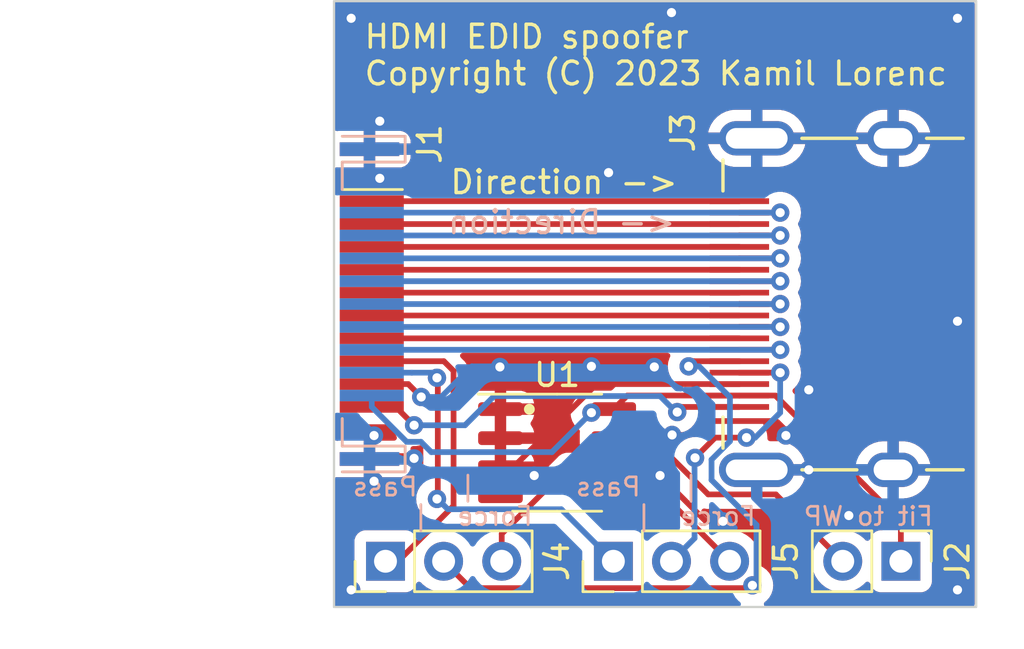
<source format=kicad_pcb>
(kicad_pcb (version 20221018) (generator pcbnew)
  (layers (0 "F.Cu" signal) (31 "B.Cu" signal) (34 "B.Paste" user) (35 "F.Paste" user) (36 "B.SilkS" user "B.Silkscreen") (37 "F.SilkS" user "F.Silkscreen") (38 "B.Mask" user) (39 "F.Mask" user) (44 "Edge.Cuts" user))
  (net 0 "")
  (net 1 "/D2_p")
  (net 2 "/D2S")
  (net 3 "/D2_n")
  (net 4 "/D1_p")
  (net 5 "/D1S")
  (net 6 "/D1_n")
  (net 7 "GND")
  (net 8 "/Do_p")
  (net 9 "/D0S")
  (net 10 "/D0_n")
  (net 11 "/CK_p")
  (net 12 "/CKS")
  (net 13 "/CK_n")
  (net 14 "/CEC")
  (net 15 "/UTIL")
  (net 16 "/5V")
  (net 17 "/HPD")
  (net 18 "/SCL_F")
  (net 19 "/SDA_F")
  (net 20 "/SCL_M")
  (net 21 "/SCL_Override")
  (net 22 "/SDA_M")
  (net 23 "/SDA_Override")
  (net 24 "Net-(J2-Pin_2)")
  (footprint "Connector_PinHeader_2.54mm:PinHeader_1x03_P2.54mm_Vertical" (layer "F.Cu") (at 168.96 117.25 90)
    (fp_text reference "J5" (at 0 7.54 270) (layer "F.SilkS"))
    (fp_text value "Conn_01x03")
    (fp_line (start -1.33 -1.33) (end 0 -1.33) (stroke (width 0.12)) (layer "F.SilkS"))
    (fp_line (start -1.33 0) (end -1.33 -1.33) (stroke (width 0.12)) (layer "F.SilkS"))
    (fp_line (start -1.33 1.27) (end -1.33 6.41) (stroke (width 0.12)) (layer "F.SilkS"))
    (fp_line (start -1.33 1.27) (end 1.33 1.27) (stroke (width 0.12)) (layer "F.SilkS"))
    (fp_line (start -1.33 6.41) (end 1.33 6.41) (stroke (width 0.12)) (layer "F.SilkS"))
    (fp_line (start 1.33 1.27) (end 1.33 6.41) (stroke (width 0.12)) (layer "F.SilkS"))
    (pad "1" thru_hole rect (at 0 0 90) (size 1.7 1.7) (drill 1) (layers "*.Cu" "*.Mask") (net 22 "/SDA_M"))
    (pad "2" thru_hole oval (at 0 2.54 90) (size 1.7 1.7) (drill 1) (layers "*.Cu" "*.Mask") (net 19 "/SDA_F"))
    (pad "3" thru_hole oval (at 0 5.08 90) (size 1.7 1.7) (drill 1) (layers "*.Cu" "*.Mask") (net 23 "/SDA_Override"))
  )
  (footprint "Connector_PinHeader_2.54mm:PinHeader_1x02_P2.54mm_Vertical" (layer "F.Cu") (at 181.525 117.25 -90)
    (fp_text reference "J2" (at 0 -2.475 -90) (layer "F.SilkS"))
    (fp_text value "Conn_01x02")
    (fp_line (start -1.33 -1.33) (end 0 -1.33) (stroke (width 0.12)) (layer "F.SilkS"))
    (fp_line (start -1.33 0) (end -1.33 -1.33) (stroke (width 0.12)) (layer "F.SilkS"))
    (fp_line (start -1.33 1.27) (end -1.33 3.87) (stroke (width 0.12)) (layer "F.SilkS"))
    (fp_line (start -1.33 1.27) (end 1.33 1.27) (stroke (width 0.12)) (layer "F.SilkS"))
    (fp_line (start -1.33 3.87) (end 1.33 3.87) (stroke (width 0.12)) (layer "F.SilkS"))
    (fp_line (start 1.33 1.27) (end 1.33 3.87) (stroke (width 0.12)) (layer "F.SilkS"))
    (pad "1" thru_hole rect (at 0 0 270) (size 1.7 1.7) (drill 1) (layers "*.Cu" "*.Mask") (net 16 "/5V"))
    (pad "2" thru_hole oval (at 0 2.54 270) (size 1.7 1.7) (drill 1) (layers "*.Cu" "*.Mask") (net 24 "Net-(J2-Pin_2)"))
  )
  (footprint "Package_SO:SOIC-8_3.9x4.9mm_P1.27mm" (layer "F.Cu") (at 166.5 112.5)
    (fp_text reference "U1" (at 0 -3.4) (layer "F.SilkS"))
    (fp_text value "AT24CS02-SSHM")
    (fp_line (start 0 -2.56) (end -3.45 -2.56) (stroke (width 0.12)) (layer "F.SilkS"))
    (fp_line (start 0 -2.56) (end 1.95 -2.56) (stroke (width 0.12)) (layer "F.SilkS"))
    (fp_line (start 0 2.56) (end -1.95 2.56) (stroke (width 0.12)) (layer "F.SilkS"))
    (fp_line (start 0 2.56) (end 1.95 2.56) (stroke (width 0.12)) (layer "F.SilkS"))
    (fp_circle (center -1.212132 -1.9) (end -1 -1.9) (stroke (width 0.05)) (fill solid) (layer "F.SilkS"))
    (pad "1" smd roundrect (at -2.475 -1.905) (size 1.95 0.6) (layers "F.Cu" "F.Paste" "F.Mask") (net 7 "GND"))
    (pad "2" smd roundrect (at -2.475 -0.635) (size 1.95 0.6) (layers "F.Cu" "F.Paste" "F.Mask") (net 7 "GND"))
    (pad "3" smd roundrect (at -2.475 0.635) (size 1.95 0.6) (layers "F.Cu" "F.Paste" "F.Mask") (net 7 "GND"))
    (pad "4" smd roundrect (at -2.475 1.905) (size 1.95 0.6) (layers "F.Cu" "F.Paste" "F.Mask") (net 7 "GND"))
    (pad "5" smd roundrect (at 2.475 1.905) (size 1.95 0.6) (layers "F.Cu" "F.Paste" "F.Mask") (net 23 "/SDA_Override"))
    (pad "6" smd roundrect (at 2.475 0.635) (size 1.95 0.6) (layers "F.Cu" "F.Paste" "F.Mask") (net 21 "/SCL_Override"))
    (pad "7" smd roundrect (at 2.475 -0.635) (size 1.95 0.6) (layers "F.Cu" "F.Paste" "F.Mask") (net 24 "Net-(J2-Pin_2)"))
    (pad "8" smd roundrect (at 2.475 -1.905) (size 1.95 0.6) (layers "F.Cu" "F.Paste" "F.Mask") (net 16 "/5V"))
  )
  (footprint "KiCad_Randoms:206A-SEAN-R03" (layer "F.Cu") (at 177.75 106 90)
    (fp_text reference "J3" (at 7.5 -5.75 90 unlocked) (layer "F.SilkS"))
    (fp_text value "HDMI_A")
    (fp_line (start -7.25 -0.55) (end -7.25 1.85) (stroke (width 0.15)) (layer "F.SilkS"))
    (fp_line (start -7.25 4.9) (end -7.25 6.5) (stroke (width 0.15)) (layer "F.SilkS"))
    (fp_line (start -6.3 -4) (end -4.95 -4) (stroke (width 0.15)) (layer "F.SilkS"))
    (fp_line (start 4.95 -4) (end 6.3 -4) (stroke (width 0.15)) (layer "F.SilkS"))
    (fp_line (start 7.25 -0.55) (end 7.25 1.85) (stroke (width 0.15)) (layer "F.SilkS"))
    (fp_line (start 7.25 4.9) (end 7.25 6.5) (stroke (width 0.15)) (layer "F.SilkS"))
    (pad "1" smd rect (at 4.5 -3.285 270) (size 0.25 2.6) (layers "F.Cu" "F.Paste" "F.Mask") (net 1 "/D2_p"))
    (pad "2" smd rect (at 4 -3.285 270) (size 0.25 2.6) (layers "F.Cu" "F.Paste" "F.Mask") (net 2 "/D2S"))
    (pad "3" smd rect (at 3.5 -3.285 270) (size 0.25 2.6) (layers "F.Cu" "F.Paste" "F.Mask") (net 3 "/D2_n"))
    (pad "4" smd rect (at 3 -3.285 270) (size 0.25 2.6) (layers "F.Cu" "F.Paste" "F.Mask") (net 4 "/D1_p"))
    (pad "5" smd rect (at 2.5 -3.285 270) (size 0.25 2.6) (layers "F.Cu" "F.Paste" "F.Mask") (net 5 "/D1S"))
    (pad "6" smd rect (at 2 -3.285 270) (size 0.25 2.6) (layers "F.Cu" "F.Paste" "F.Mask") (net 6 "/D1_n"))
    (pad "7" smd rect (at 1.5 -3.285 270) (size 0.25 2.6) (layers "F.Cu" "F.Paste" "F.Mask") (net 8 "/Do_p"))
    (pad "8" smd rect (at 1 -3.285 270) (size 0.25 2.6) (layers "F.Cu" "F.Paste" "F.Mask") (net 9 "/D0S"))
    (pad "9" smd rect (at 0.5 -3.285 270) (size 0.25 2.6) (layers "F.Cu" "F.Paste" "F.Mask") (net 10 "/D0_n"))
    (pad "10" smd rect (at 0 -3.285 270) (size 0.25 2.6) (layers "F.Cu" "F.Paste" "F.Mask") (net 11 "/CK_p"))
    (pad "11" smd rect (at -0.5 -3.285 270) (size 0.25 2.6) (layers "F.Cu" "F.Paste" "F.Mask") (net 12 "/CKS"))
    (pad "12" smd rect (at -1 -3.285 270) (size 0.25 2.6) (layers "F.Cu" "F.Paste" "F.Mask") (net 13 "/CK_n"))
    (pad "13" smd rect (at -1.5 -3.285 270) (size 0.25 2.6) (layers "F.Cu" "F.Paste" "F.Mask") (net 14 "/CEC"))
    (pad "14" smd rect (at -2 -3.285 270) (size 0.25 2.6) (layers "F.Cu" "F.Paste" "F.Mask") (net 15 "/UTIL"))
    (pad "15" smd rect (at -2.5 -3.285 270) (size 0.25 2.6) (layers "F.Cu" "F.Paste" "F.Mask") (net 18 "/SCL_F"))
    (pad "16" smd rect (at -3 -3.285 270) (size 0.25 2.6) (layers "F.Cu" "F.Paste" "F.Mask") (net 19 "/SDA_F"))
    (pad "17" smd rect (at -3.5 -3.285 270) (size 0.25 2.6) (layers "F.Cu" "F.Paste" "F.Mask") (net 7 "GND"))
    (pad "18" smd rect (at -4 -3.285 270) (size 0.25 2.6) (layers "F.Cu" "F.Paste" "F.Mask") (net 16 "/5V"))
    (pad "19" smd rect (at -4.5 -3.285 270) (size 0.25 2.6) (layers "F.Cu" "F.Paste" "F.Mask") (net 17 "/HPD"))
    (pad "SH" thru_hole oval (at -7.25 -2.525 90) (size 1.5 3.3) (drill oval 0.9 2.7) (layers "*.Cu" "*.Mask") (net 7 "GND"))
    (pad "SH" thru_hole oval (at -7.25 3.435 90) (size 1.5 2.3) (drill oval 0.9 1.7) (layers "*.Cu" "*.Mask") (net 7 "GND"))
    (pad "SH" thru_hole oval (at 7.25 -2.525 90) (size 1.5 3.3) (drill oval 0.9 2.7) (layers "*.Cu" "*.Mask") (net 7 "GND"))
    (pad "SH" thru_hole oval (at 7.25 3.435 90) (size 1.5 2.3) (drill oval 0.9 1.7) (layers "*.Cu" "*.Mask") (net 7 "GND"))
  )
  (footprint "Connector_PinHeader_2.54mm:PinHeader_1x03_P2.54mm_Vertical" (layer "F.Cu") (at 159 117.25 90)
    (fp_text reference "J4" (at 0 7.5 90) (layer "F.SilkS"))
    (fp_text value "Conn_01x03")
    (fp_line (start -1.33 -1.33) (end 0 -1.33) (stroke (width 0.12)) (layer "F.SilkS"))
    (fp_line (start -1.33 0) (end -1.33 -1.33) (stroke (width 0.12)) (layer "F.SilkS"))
    (fp_line (start -1.33 1.27) (end -1.33 6.41) (stroke (width 0.12)) (layer "F.SilkS"))
    (fp_line (start -1.33 1.27) (end 1.33 1.27) (stroke (width 0.12)) (layer "F.SilkS"))
    (fp_line (start -1.33 6.41) (end 1.33 6.41) (stroke (width 0.12)) (layer "F.SilkS"))
    (fp_line (start 1.33 1.27) (end 1.33 6.41) (stroke (width 0.12)) (layer "F.SilkS"))
    (pad "1" thru_hole rect (at 0 0 90) (size 1.7 1.7) (drill 1) (layers "*.Cu" "*.Mask") (net 20 "/SCL_M"))
    (pad "2" thru_hole oval (at 0 2.54 90) (size 1.7 1.7) (drill 1) (layers "*.Cu" "*.Mask") (net 18 "/SCL_F"))
    (pad "3" thru_hole oval (at 0 5.08 90) (size 1.7 1.7) (drill 1) (layers "*.Cu" "*.Mask") (net 21 "/SCL_Override"))
  )
  (footprint "Connector_HDMI:HDMI_A_Contact_Technology_HDMI-19APL2_Horizontal" (layer "F.Cu") (at 158.4 106 -90)
    (fp_text reference "J1" (at -7 -2.53 90) (layer "F.SilkS"))
    (fp_text value "HDMI_A")
    (fp_line (start -7.34 -1.46) (end -6.21 -1.46) (stroke (width 0.12)) (layer "B.SilkS"))
    (fp_line (start -7.34 1.29) (end -7.34 -1.46) (stroke (width 0.12)) (layer "B.SilkS"))
    (fp_line (start -6.21 -1.46) (end -6.21 1.29) (stroke (width 0.12)) (layer "B.SilkS"))
    (fp_line (start -6.21 1.29) (end -5.01 1.29) (stroke (width 0.12)) (layer "B.SilkS"))
    (fp_line (start 6.21 -1.46) (end 6.21 1.29) (stroke (width 0.12)) (layer "B.SilkS"))
    (fp_line (start 6.21 1.29) (end 5.01 1.29) (stroke (width 0.12)) (layer "B.SilkS"))
    (fp_line (start 7.34 -1.46) (end 6.21 -1.46) (stroke (width 0.12)) (layer "B.SilkS"))
    (fp_line (start 7.34 1.29) (end 7.34 -1.46) (stroke (width 0.12)) (layer "B.SilkS"))
    (fp_line (start -7.34 -1.46) (end -6.21 -1.46) (stroke (width 0.12)) (layer "F.SilkS"))
    (fp_line (start -7.34 1.29) (end -7.34 -1.46) (stroke (width 0.12)) (layer "F.SilkS"))
    (fp_line (start -6.21 -1.46) (end -6.21 1.29) (stroke (width 0.12)) (layer "F.SilkS"))
    (fp_line (start -6.21 1.29) (end -5.01 1.29) (stroke (width 0.12)) (layer "F.SilkS"))
    (fp_line (start -5.01 1.29) (end -5.01 -1.34) (stroke (width 0.12)) (layer "F.SilkS"))
    (fp_line (start 6.21 -1.46) (end 6.21 1.29) (stroke (width 0.12)) (layer "F.SilkS"))
    (fp_line (start 6.21 1.29) (end 5.01 1.29) (stroke (width 0.12)) (layer "F.SilkS"))
    (fp_line (start 7.34 -1.46) (end 6.21 -1.46) (stroke (width 0.12)) (layer "F.SilkS"))
    (fp_line (start 7.34 1.29) (end 7.34 -1.46) (stroke (width 0.12)) (layer "F.SilkS"))
    (pad "1" smd rect (at -4.5 0 270) (size 0.5 2.8) (layers "F.Cu" "F.Paste" "F.Mask") (net 1 "/D2_p"))
    (pad "2" smd rect (at -4 0 270) (size 0.5 2.8) (layers "B.Cu" "B.Paste" "B.Mask") (net 2 "/D2S"))
    (pad "3" smd rect (at -3.5 0 270) (size 0.5 2.8) (layers "F.Cu" "F.Paste" "F.Mask") (net 3 "/D2_n"))
    (pad "4" smd rect (at -3 0 270) (size 0.5 2.8) (layers "B.Cu" "B.Paste" "B.Mask") (net 4 "/D1_p"))
    (pad "5" smd rect (at -2.5 0 270) (size 0.5 2.8) (layers "F.Cu" "F.Paste" "F.Mask") (net 5 "/D1S"))
    (pad "6" smd rect (at -2 0 270) (size 0.5 2.8) (layers "B.Cu" "B.Paste" "B.Mask") (net 6 "/D1_n"))
    (pad "7" smd rect (at -1.5 0 270) (size 0.5 2.8) (layers "F.Cu" "F.Paste" "F.Mask") (net 8 "/Do_p"))
    (pad "8" smd rect (at -1 0 270) (size 0.5 2.8) (layers "B.Cu" "B.Paste" "B.Mask") (net 9 "/D0S"))
    (pad "9" smd rect (at -0.5 0 270) (size 0.5 2.8) (layers "F.Cu" "F.Paste" "F.Mask") (net 10 "/D0_n"))
    (pad "10" smd rect (at 0 0 270) (size 0.5 2.8) (layers "B.Cu" "B.Paste" "B.Mask") (net 11 "/CK_p"))
    (pad "11" smd rect (at 0.5 0 270) (size 0.5 2.8) (layers "F.Cu" "F.Paste" "F.Mask") (net 12 "/CKS"))
    (pad "12" smd rect (at 1 0 270) (size 0.5 2.8) (layers "B.Cu" "B.Paste" "B.Mask") (net 13 "/CK_n"))
    (pad "13" smd rect (at 1.5 0 270) (size 0.5 2.8) (layers "F.Cu" "F.Paste" "F.Mask") (net 14 "/CEC"))
    (pad "14" smd rect (at 2 0 270) (size 0.5 2.8) (layers "B.Cu" "B.Paste" "B.Mask") (net 15 "/UTIL"))
    (pad "15" smd rect (at 2.5 0 270) (size 0.5 2.8) (layers "F.Cu" "F.Paste" "F.Mask") (net 20 "/SCL_M"))
    (pad "16" smd rect (at 3 0 270) (size 0.5 2.8) (layers "B.Cu" "B.Paste" "B.Mask") (net 22 "/SDA_M"))
    (pad "17" smd rect (at 3.5 0 270) (size 0.5 2.8) (layers "F.Cu" "F.Paste" "F.Mask") (net 7 "GND"))
    (pad "18" smd rect (at 4 0 270) (size 0.5 2.8) (layers "B.Cu" "B.Paste" "B.Mask") (net 16 "/5V"))
    (pad "19" smd rect (at 4.5 0 270) (size 0.5 2.8) (layers "F.Cu" "F.Paste" "F.Mask") (net 17 "/HPD"))
    (pad "SH" smd rect (at -6.775 0.1 270) (size 0.6 2.6) (layers "F.Cu" "F.Paste" "F.Mask") (net 7 "GND"))
    (pad "SH" smd rect (at -6.775 0.1 270) (size 0.6 2.6) (layers "B.Cu" "B.Paste" "B.Mask") (net 7 "GND"))
    (pad "SH" smd rect (at 6.775 0.1 270) (size 0.6 2.6) (layers "F.Cu" "F.Paste" "F.Mask") (net 7 "GND"))
    (pad "SH" smd rect (at 6.775 0.1 270) (size 0.6 2.6) (layers "B.Cu" "B.Paste" "B.Mask") (net 7 "GND"))
  )
  (gr_rect (start 156.75 92.75) (end 184.815 119.25) (stroke (width 0.1)) (fill none) (layer "Edge.Cuts"))
  (gr_text "<- Direction" (at 171.75 103) (layer "B.SilkS") (effects (font (size 1 1)) (justify left bottom mirror)))
  (gr_text "    |   Pass\nForce  |" (at 165.5 115.75) (layer "B.SilkS") (effects (font (size 0.8 0.8) (thickness 0.12)) (justify left bottom mirror)))
  (gr_text "    |   Pass\nForce  |" (at 175.25 115.75) (layer "B.SilkS") (effects (font (size 0.8 0.8) (thickness 0.12)) (justify left bottom mirror)))
  (gr_text "Fit to WP" (at 183 115.75) (layer "B.SilkS") (effects (font (size 0.8 0.8) (thickness 0.12)) (justify left bottom mirror)))
  (gr_text "HDMI EDID spoofer\nCopyright (C) 2023 Kamil Lorenc" (at 158 96.5) (layer "F.SilkS") (effects (font (size 1 1)) (justify left bottom)))
  (gr_text "Direction ->" (at 161.75 101.25) (layer "F.SilkS") (effects (font (size 1 1)) (justify left bottom)))
  (segment (start 158.4 101.5) (end 174.465 101.5) (width 0.25) (layer "F.Cu") (net 1))
  (segment (start 176.25 102) (end 174.465 102) (width 0.25) (layer "F.Cu") (net 2))
  (via (at 176.25 102) (size 0.8) (drill 0.4) (layers "F.Cu" "B.Cu") (net 2))
  (segment (start 158.4 102) (end 176.25 102) (width 0.25) (layer "B.Cu") (net 2))
  (segment (start 158.4 102.5) (end 174.465 102.5) (width 0.25) (layer "F.Cu") (net 3))
  (segment (start 176.25 102.999503) (end 174.465497 102.999503) (width 0.25) (layer "F.Cu") (net 4))
  (segment (start 174.465497 102.999503) (end 174.465 103) (width 0.25) (layer "F.Cu") (net 4))
  (via (at 176.25 102.999503) (size 0.8) (drill 0.4) (layers "F.Cu" "B.Cu") (net 4))
  (segment (start 176.249503 103) (end 176.25 102.999503) (width 0.25) (layer "B.Cu") (net 4))
  (segment (start 158.4 103) (end 176.249503 103) (width 0.25) (layer "B.Cu") (net 4))
  (segment (start 158.4 103.5) (end 174.465 103.5) (width 0.25) (layer "F.Cu") (net 5))
  (segment (start 176.25 103.999006) (end 174.465994 103.999006) (width 0.25) (layer "F.Cu") (net 6))
  (segment (start 174.465994 103.999006) (end 174.465 104) (width 0.25) (layer "F.Cu") (net 6))
  (via (at 176.25 103.999006) (size 0.8) (drill 0.4) (layers "F.Cu" "B.Cu") (net 6))
  (segment (start 176.249006 104) (end 176.25 103.999006) (width 0.25) (layer "B.Cu") (net 6))
  (segment (start 158.4 104) (end 176.249006 104) (width 0.25) (layer "B.Cu") (net 6))
  (segment (start 160.561532 110.064538) (end 159.996994 109.5) (width 0.25) (layer "F.Cu") (net 7))
  (segment (start 174.465 109.5) (end 168.75 109.5) (width 0.25) (layer "F.Cu") (net 7))
  (segment (start 160.225 112.775) (end 160.25 112.75) (width 0.25) (layer "F.Cu") (net 7))
  (segment (start 158.3 100.05) (end 158.75 100.5) (width 0.25) (layer "F.Cu") (net 7))
  (segment (start 164.025 113.135) (end 164.025 114.405) (width 0.25) (layer "F.Cu") (net 7))
  (segment (start 158.3 99.225) (end 158.3 98.45) (width 0.25) (layer "F.Cu") (net 7))
  (segment (start 172.882997 111.117003) (end 172.276596 111.723404) (width 0.25) (layer "F.Cu") (net 7))
  (segment (start 158.3 99.225) (end 158.3 100.05) (width 0.25) (layer "F.Cu") (net 7))
  (segment (start 164 108.75) (end 164 110.57) (width 0.25) (layer "F.Cu") (net 7))
  (segment (start 164.025 113.135) (end 165.135 113.135) (width 0.25) (layer "F.Cu") (net 7))
  (segment (start 168.75 109.5) (end 168.25 109.5) (width 0.25) (layer "F.Cu") (net 7))
  (segment (start 173.25 111.117003) (end 172.882997 111.117003) (width 0.25) (layer "F.Cu") (net 7))
  (segment (start 164.025 111.865) (end 164.025 113.135) (width 0.25) (layer "F.Cu") (net 7))
  (segment (start 158.3 98.45) (end 158.75 98) (width 0.25) (layer "F.Cu") (net 7))
  (segment (start 164 110.57) (end 164.025 110.595) (width 0.25) (layer "F.Cu") (net 7))
  (segment (start 173.25 111.117003) (end 175.867003 111.117003) (width 0.25) (layer "F.Cu") (net 7))
  (segment (start 158.3 112.775) (end 160.225 112.775) (width 0.25) (layer "F.Cu") (net 7))
  (segment (start 158.3 113.55) (end 158.5 113.75) (width 0.25) (layer "F.Cu") (net 7))
  (segment (start 168 108.7245) (end 168 108.75) (width 0.25) (layer "F.Cu") (net 7))
  (segment (start 158.3 111.95) (end 158.5 111.75) (width 0.25) (layer "F.Cu") (net 7))
  (segment (start 164.515 113.209694) (end 168.237347 109.487347) (width 0.25) (layer "F.Cu") (net 7))
  (segment (start 171 113.5) (end 173 115.5) (width 0.25) (layer "F.Cu") (net 7))
  (segment (start 175.867003 111.117003) (end 176.5 111.75) (width 0.25) (layer "F.Cu") (net 7))
  (segment (start 159.996994 109.5) (end 158.4 109.5) (width 0.25) (layer "F.Cu") (net 7))
  (segment (start 165.135 113.135) (end 165.5 113.5) (width 0.25) (layer "F.Cu") (net 7))
  (segment (start 168.25 109.5) (end 168.237347 109.487347) (width 0.25) (layer "F.Cu") (net 7))
  (segment (start 158.3 112.775) (end 158.3 113.55) (width 0.25) (layer "F.Cu") (net 7))
  (segment (start 164.025 110.595) (end 164.025 111.865) (width 0.25) (layer "F.Cu") (net 7))
  (segment (start 168 108.75) (end 168.75 109.5) (width 0.25) (layer "F.Cu") (net 7))
  (segment (start 158.3 112.775) (end 158.3 111.95) (width 0.25) (layer "F.Cu") (net 7))
  (segment (start 172.276596 111.723404) (end 171.526596 111.723404) (width 0.25) (layer "F.Cu") (net 7))
  (segment (start 173 115.5) (end 173.75 115.5) (width 0.25) (layer "F.Cu") (net 7))
  (via (at 158.5 113.75) (size 0.8) (drill 0.4) (layers "F.Cu" "B.Cu") (net 7))
  (via (at 158.75 100.5) (size 0.8) (drill 0.4) (layers "F.Cu" "B.Cu") (net 7))
  (via (at 157.5 93.5) (size 0.8) (drill 0.4) (layers "F.Cu" "B.Cu") (net 7))
  (via (at 170.75 108.75) (size 0.8) (drill 0.4) (layers "F.Cu" "B.Cu") (net 7))
  (via (at 171.526596 111.723404) (size 0.8) (drill 0.4) (layers "F.Cu" "B.Cu") (net 7))
  (via (at 165.5 113.5) (size 0.8) (drill 0.4) (layers "F.Cu" "B.Cu") (net 7))
  (via (at 177.5 109.75) (size 0.8) (drill 0.4) (layers "F.Cu" "B.Cu") (net 7))
  (via (at 184 118.5) (size 0.8) (drill 0.4) (layers "F.Cu" "B.Cu") (net 7))
  (via (at 184 93.5) (size 0.8) (drill 0.4) (layers "F.Cu" "B.Cu") (net 7))
  (via (at 173.75 115.5) (size 0.8) (drill 0.4) (layers "F.Cu" "B.Cu") (net 7))
  (via (at 160.561532 110.064538) (size 0.8) (drill 0.4) (layers "F.Cu" "B.Cu") (net 7))
  (via (at 164 108.75) (size 0.8) (drill 0.4) (layers "F.Cu" "B.Cu") (net 7))
  (via (at 179.25 115.25) (size 0.8) (drill 0.4) (layers "F.Cu" "B.Cu") (net 7))
  (via (at 168 108.7245) (size 0.8) (drill 0.4) (layers "F.Cu" "B.Cu") (net 7))
  (via (at 176.5 111.75) (size 0.8) (drill 0.4) (layers "F.Cu" "B.Cu") (net 7))
  (via (at 158.75 98) (size 0.8) (drill 0.4) (layers "F.Cu" "B.Cu") (net 7))
  (via (at 158.5 111.75) (size 0.8) (drill 0.4) (layers "F.Cu" "B.Cu") (net 7))
  (via (at 171 113.5) (size 0.8) (drill 0.4) (layers "F.Cu" "B.Cu") (net 7))
  (via (at 177.5 113.25) (size 0.8) (drill 0.4) (layers "F.Cu" "B.Cu") (net 7))
  (via (at 168.75 100.25) (size 0.8) (drill 0.4) (layers "F.Cu" "B.Cu") (net 7))
  (via (at 160.25 112.75) (size 0.8) (drill 0.4) (layers "F.Cu" "B.Cu") (net 7))
  (via (at 184 106.75) (size 0.8) (drill 0.4) (layers "F.Cu" "B.Cu") (net 7))
  (via (at 157.5 118.5) (size 0.8) (drill 0.4) (layers "F.Cu" "B.Cu") (net 7))
  (via (at 171.5 93.25) (size 0.8) (drill 0.4) (layers "F.Cu" "B.Cu") (net 7))
  (segment (start 164.0255 108.7245) (end 164 108.75) (width 0.25) (layer "B.Cu") (net 7))
  (segment (start 161.435266 110.064538) (end 162.775304 108.7245) (width 0.25) (layer "B.Cu") (net 7))
  (segment (start 175.225 113.25) (end 177.5 113.25) (width 0.25) (layer "B.Cu") (net 7))
  (segment (start 163.9745 108.7245) (end 162.775304 108.7245) (width 0.25) (layer "B.Cu") (net 7))
  (segment (start 160.561532 110.064538) (end 161.435266 110.064538) (width 0.25) (layer "B.Cu") (net 7))
  (segment (start 164 108.75) (end 163.9745 108.7245) (width 0.25) (layer "B.Cu") (net 7))
  (segment (start 168 108.7245) (end 164.0255 108.7245) (width 0.25) (layer "B.Cu") (net 7))
  (segment (start 158.4 104.5) (end 174.465 104.5) (width 0.25) (layer "F.Cu") (net 8))
  (segment (start 174.466491 104.998509) (end 174.465 105) (width 0.25) (layer "F.Cu") (net 9))
  (segment (start 176.25 104.998509) (end 174.466491 104.998509) (width 0.25) (layer "F.Cu") (net 9))
  (via (at 176.25 104.998509) (size 0.8) (drill 0.4) (layers "F.Cu" "B.Cu") (net 9))
  (segment (start 176.248509 105) (end 176.25 104.998509) (width 0.25) (layer "B.Cu") (net 9))
  (segment (start 158.4 105) (end 176.248509 105) (width 0.25) (layer "B.Cu") (net 9))
  (segment (start 158.4 105.5) (end 174.465 105.5) (width 0.25) (layer "F.Cu") (net 10))
  (segment (start 176.25 105.998012) (end 174.466988 105.998012) (width 0.25) (layer "F.Cu") (net 11))
  (segment (start 174.466988 105.998012) (end 174.465 106) (width 0.25) (layer "F.Cu") (net 11))
  (via (at 176.25 105.998012) (size 0.8) (drill 0.4) (layers "F.Cu" "B.Cu") (net 11))
  (segment (start 158.4 106) (end 176.248012 106) (width 0.25) (layer "B.Cu") (net 11))
  (segment (start 176.248012 106) (end 176.25 105.998012) (width 0.25) (layer "B.Cu") (net 11))
  (segment (start 158.4 106.5) (end 174.465 106.5) (width 0.25) (layer "F.Cu") (net 12))
  (segment (start 176.25 107) (end 174.465 107) (width 0.25) (layer "F.Cu") (net 13))
  (via (at 176.25 107) (size 0.8) (drill 0.4) (layers "F.Cu" "B.Cu") (net 13))
  (segment (start 158.4 107) (end 176.25 107) (width 0.25) (layer "B.Cu") (net 13))
  (segment (start 158.4 107.5) (end 174.465 107.5) (width 0.25) (layer "F.Cu") (net 14))
  (segment (start 176.25 108) (end 174.465 108) (width 0.25) (layer "F.Cu") (net 15))
  (via (at 176.25 108) (size 0.8) (drill 0.4) (layers "F.Cu" "B.Cu") (net 15))
  (segment (start 158.4 108) (end 176.25 108) (width 0.25) (layer "B.Cu") (net 15))
  (segment (start 176.04 110) (end 179.525 113.485) (width 0.25) (layer "F.Cu") (net 16))
  (segment (start 181.525 115.51028) (end 181.525 117.25) (width 0.25) (layer "F.Cu") (net 16))
  (segment (start 169.525 110.595) (end 168.155 110.595) (width 0.25) (layer "F.Cu") (net 16))
  (segment (start 168.155 110.595) (end 168 110.75) (width 0.25) (layer "F.Cu") (net 16))
  (segment (start 174.465 110) (end 176.04 110) (width 0.25) (layer "F.Cu") (net 16))
  (segment (start 169.57 110) (end 168.975 110.595) (width 0.25) (layer "F.Cu") (net 16))
  (segment (start 174.465 110) (end 169.57 110) (width 0.25) (layer "F.Cu") (net 16))
  (segment (start 179.525 113.51028) (end 181.525 115.51028) (width 0.25) (layer "F.Cu") (net 16))
  (segment (start 179.525 113.485) (end 179.525 113.51028) (width 0.25) (layer "F.Cu") (net 16))
  (via (at 168 110.75) (size 0.8) (drill 0.4) (layers "F.Cu" "B.Cu") (net 16))
  (segment (start 159.925 112.025) (end 160.550305 112.025) (width 0.25) (layer "B.Cu") (net 16))
  (segment (start 158.4 110) (end 158.4 110.5) (width 0.25) (layer "B.Cu") (net 16))
  (segment (start 160.550305 112.025) (end 161 112.474695) (width 0.25) (layer "B.Cu") (net 16))
  (segment (start 161 112.474695) (end 166.275305 112.474695) (width 0.25) (layer "B.Cu") (net 16))
  (segment (start 158.4 110.5) (end 159.925 112.025) (width 0.25) (layer "B.Cu") (net 16))
  (segment (start 166.275305 112.474695) (end 168 110.75) (width 0.25) (layer "B.Cu") (net 16))
  (segment (start 159.4495 110.5) (end 160.25 111.3005) (width 0.25) (layer "F.Cu") (net 17))
  (segment (start 158.4 110.5) (end 159.4495 110.5) (width 0.25) (layer "F.Cu") (net 17))
  (segment (start 171.9745 110.5) (end 171.75 110.7245) (width 0.25) (layer "F.Cu") (net 17))
  (segment (start 174.465 110.5) (end 171.9745 110.5) (width 0.25) (layer "F.Cu") (net 17))
  (via (at 160.25 111.3005) (size 0.8) (drill 0.4) (layers "F.Cu" "B.Cu") (net 17))
  (via (at 171.75 110.7245) (size 0.8) (drill 0.4) (layers "F.Cu" "B.Cu") (net 17))
  (segment (start 163.75 110.025) (end 171 110.025) (width 0.25) (layer "B.Cu") (net 17))
  (segment (start 171.6995 110.7245) (end 171 110.025) (width 0.25) (layer "B.Cu") (net 17))
  (segment (start 162.4745 111.3005) (end 163.75 110.025) (width 0.25) (layer "B.Cu") (net 17))
  (segment (start 160.25 111.3005) (end 162.4745 111.3005) (width 0.25) (layer "B.Cu") (net 17))
  (segment (start 171.75 110.7245) (end 171.6995 110.7245) (width 0.25) (layer "B.Cu") (net 17))
  (segment (start 162.715 118.425) (end 161.54 117.25) (width 0.25) (layer "F.Cu") (net 18))
  (segment (start 172.25 108.7245) (end 172.4745 108.5) (width 0.25) (layer "F.Cu") (net 18))
  (segment (start 175.036498 118.302639) (end 174.914137 118.425) (width 0.25) (layer "F.Cu") (net 18))
  (segment (start 172.4745 108.5) (end 174.465 108.5) (width 0.25) (layer "F.Cu") (net 18))
  (segment (start 174.914137 118.425) (end 162.715 118.425) (width 0.25) (layer "F.Cu") (net 18))
  (via (at 175.036498 118.302639) (size 0.8) (drill 0.4) (layers "F.Cu" "B.Cu") (net 18))
  (via (at 172.25 108.7245) (size 0.8) (drill 0.4) (layers "F.Cu" "B.Cu") (net 18))
  (segment (start 172.709245 108.7245) (end 172.25 108.7245) (width 0.25) (layer "B.Cu") (net 18))
  (segment (start 173.25 113.69528) (end 173.25 112.80472) (width 0.25) (layer "B.Cu") (net 18))
  (segment (start 175.215 118.124137) (end 175.036498 118.302639) (width 0.25) (layer "B.Cu") (net 18))
  (segment (start 174.5 114.94528) (end 175.215 115.66028) (width 0.25) (layer "B.Cu") (net 18))
  (segment (start 174.5 114.94528) (end 173.25 113.69528) (width 0.25) (layer "B.Cu") (net 18))
  (segment (start 173.25 112.80472) (end 174.05472 112) (width 0.25) (layer "B.Cu") (net 18))
  (segment (start 174.05472 110.069975) (end 172.709245 108.7245) (width 0.25) (layer "B.Cu") (net 18))
  (segment (start 175.215 115.66028) (end 175.215 118.124137) (width 0.25) (layer "B.Cu") (net 18))
  (segment (start 174.05472 112) (end 174.05472 110.069975) (width 0.25) (layer "B.Cu") (net 18))
  (segment (start 173.407997 111.842003) (end 172.5298 112.7202) (width 0.25) (layer "F.Cu") (net 19))
  (segment (start 174.77922 111.842003) (end 173.407997 111.842003) (width 0.25) (layer "F.Cu") (net 19))
  (segment (start 172.5298 112.7202) (end 172.5298 112.725901) (width 0.25) (layer "F.Cu") (net 19))
  (segment (start 176.25 109) (end 174.465 109) (width 0.25) (layer "F.Cu") (net 19))
  (via (at 174.77922 111.842003) (size 0.8) (drill 0.4) (layers "F.Cu" "B.Cu") (net 19))
  (via (at 172.5298 112.725901) (size 0.8) (drill 0.4) (layers "F.Cu" "B.Cu") (net 19))
  (via (at 176.25 109) (size 0.8) (drill 0.4) (layers "F.Cu" "B.Cu") (net 19))
  (segment (start 175.157997 111.842003) (end 174.77922 111.842003) (width 0.25) (layer "B.Cu") (net 19))
  (segment (start 176.25 110.75) (end 175.157997 111.842003) (width 0.25) (layer "B.Cu") (net 19))
  (segment (start 171.5 117.25) (end 172.5075 116.2425) (width 0.25) (layer "B.Cu") (net 19))
  (segment (start 172.5075 116.2425) (end 172.5075 112.748201) (width 0.25) (layer "B.Cu") (net 19))
  (segment (start 176.25 110.75) (end 176.25 109) (width 0.25) (layer "B.Cu") (net 19))
  (segment (start 172.5075 112.748201) (end 172.5298 112.725901) (width 0.25) (layer "B.Cu") (net 19))
  (segment (start 161.975 114.824864) (end 161.975 108.924195) (width 0.25) (layer "F.Cu") (net 20))
  (segment (start 159 117.25) (end 159.549864 117.25) (width 0.25) (layer "F.Cu") (net 20))
  (segment (start 161.975 108.924195) (end 161.550805 108.5) (width 0.25) (layer "F.Cu") (net 20))
  (segment (start 159.549864 117.25) (end 161.975 114.824864) (width 0.25) (layer "F.Cu") (net 20))
  (segment (start 161.550805 108.5) (end 158.4 108.5) (width 0.25) (layer "F.Cu") (net 20))
  (segment (start 164.08 117.25) (end 164.08 116.047919) (width 0.25) (layer "F.Cu") (net 21))
  (segment (start 164.08 116.047919) (end 166.992919 113.135) (width 0.25) (layer "F.Cu") (net 21))
  (segment (start 166.992919 113.135) (end 168.975 113.135) (width 0.25) (layer "F.Cu") (net 21))
  (segment (start 161.2505 114.524059) (end 161.286032 114.488527) (width 0.25) (layer "F.Cu") (net 22))
  (segment (start 161.286032 114.488527) (end 161.286032 109.260532) (width 0.25) (layer "F.Cu") (net 22))
  (segment (start 161.286032 109.260532) (end 161.25 109.2245) (width 0.25) (layer "F.Cu") (net 22))
  (via (at 161.25 109.2245) (size 0.8) (drill 0.4) (layers "F.Cu" "B.Cu") (net 22))
  (via (at 161.2505 114.524059) (size 0.8) (drill 0.4) (layers "F.Cu" "B.Cu") (net 22))
  (segment (start 161.725 114.975) (end 166.685 114.975) (width 0.25) (layer "B.Cu") (net 22))
  (segment (start 158.4 109) (end 160.149502 109) (width 0.25) (layer "B.Cu") (net 22))
  (segment (start 161.0255 109) (end 161.25 109.2245) (width 0.25) (layer "B.Cu") (net 22))
  (segment (start 161.274059 114.524059) (end 161.725 114.975) (width 0.25) (layer "B.Cu") (net 22))
  (segment (start 161.2505 114.524059) (end 161.274059 114.524059) (width 0.25) (layer "B.Cu") (net 22))
  (segment (start 160.149502 109) (end 161.0255 109) (width 0.25) (layer "B.Cu") (net 22))
  (segment (start 166.685 114.975) (end 168.96 117.25) (width 0.25) (layer "B.Cu") (net 22))
  (segment (start 171.195 114.405) (end 168.975 114.405) (width 0.25) (layer "F.Cu") (net 23))
  (segment (start 174.04 117.25) (end 171.195 114.405) (width 0.25) (layer "F.Cu") (net 23))
  (segment (start 178.985 117.25) (end 176.06 114.325) (width 0.25) (layer "F.Cu") (net 24))
  (segment (start 170.643594 111.865) (end 168.975 111.865) (width 0.25) (layer "F.Cu") (net 24))
  (segment (start 176.06 114.325) (end 173.103594 114.325) (width 0.25) (layer "F.Cu") (net 24))
  (segment (start 173.103594 114.325) (end 170.643594 111.865) (width 0.25) (layer "F.Cu") (net 24))
  (zone (net 7) (net_name "GND") (layers "F&B.Cu") (connect_pads (clearance 0.508)) (min_thickness 0.25) (fill yes (thermal_gap 0.5) (thermal_bridge_width 0.5))
    (polygon (pts (xy 184.75 92.75) (xy 184.75 119.25) (xy 156.75 119.25) (xy 156.75 92.75)))
  )
)
</source>
